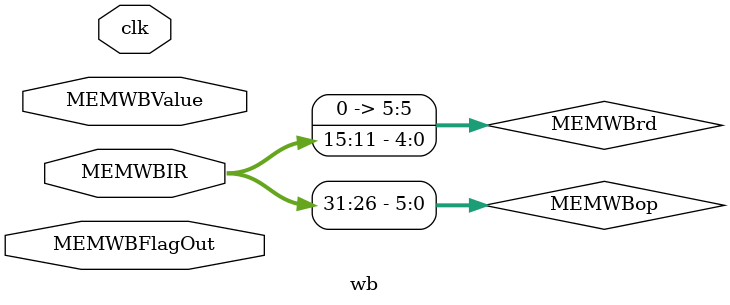
<source format=sv>
`timescale 1ns / 1ps

module wb(
    input clk,
    input [31:0] MEMWBValue,
    input MEMWBFlagOut,   
    input [31:0] MEMWBIR
    );
    
    wire [5:0] MEMWBop;
    wire [5:0] MEMWBrd;
    assign MEMWBop = MEMWBIR[31:26];
    assign MEMWBrd = MEMWBIR[15:11];    
     
   `include "parameters.sv"
   always @(posedge clk)
   begin
       if ((MEMWBop==ALUop) & (MEMWBrd != 0)) CPU.Regs[MEMWBrd] <= MEMWBValue; // ALU operation
          else if ((MEMWBop == LW) & (MEMWBIR[20:16] != 0))
                begin
                   CPU.Regs[MEMWBIR[20:16]] <= MEMWBValue; // Load operation
                end
          else if ( MEMWBop == CDEC ) if (MEMWBFlagOut == 1) begin
                                                    // TODO ... update register file using MEMWBValue
                                      end
          else if ( MEMWBop == IJMP ) begin ;  end // Do nothing
   end
endmodule

</source>
